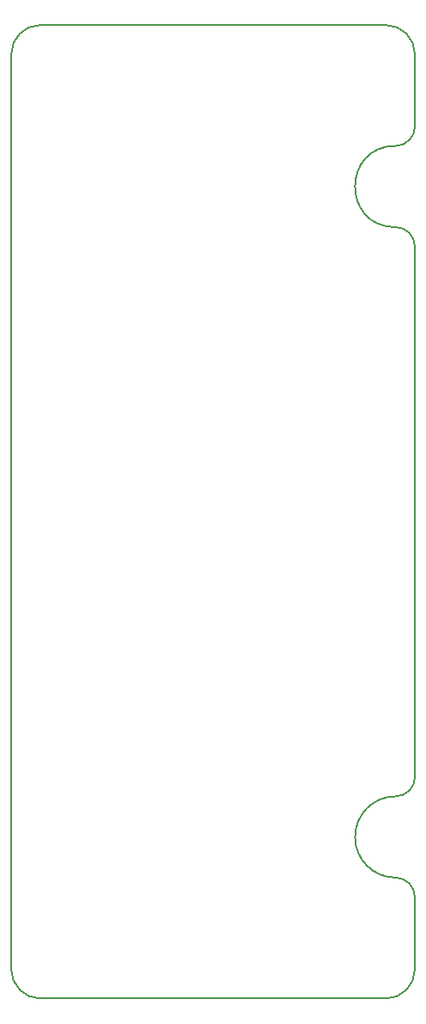
<source format=gbr>
%TF.GenerationSoftware,KiCad,Pcbnew,8.0.3-8.0.3-0~ubuntu22.04.1*%
%TF.CreationDate,2024-10-28T10:49:34+03:00*%
%TF.ProjectId,PM-ESPC3,504d2d45-5350-4433-932e-6b696361645f,rev?*%
%TF.SameCoordinates,Original*%
%TF.FileFunction,Profile,NP*%
%FSLAX46Y46*%
G04 Gerber Fmt 4.6, Leading zero omitted, Abs format (unit mm)*
G04 Created by KiCad (PCBNEW 8.0.3-8.0.3-0~ubuntu22.04.1) date 2024-10-28 10:49:34*
%MOMM*%
%LPD*%
G01*
G04 APERTURE LIST*
%TA.AperFunction,Profile*%
%ADD10C,0.200000*%
%TD*%
G04 APERTURE END LIST*
D10*
X12900001Y-44999999D02*
G75*
G02*
X10000001Y-47900001I-2900001J-1D01*
G01*
X12900001Y-37899999D02*
X12900001Y-44999999D01*
X12900000Y37900000D02*
X12900000Y45000000D01*
X-26900001Y45000000D02*
G75*
G02*
X-24000001Y47900001I2900001J0D01*
G01*
X-26900000Y-44999999D02*
X-26900000Y45000001D01*
X11000001Y-35999999D02*
G75*
G02*
X11000001Y-28000001I-1J3999999D01*
G01*
X12900001Y-26100001D02*
G75*
G02*
X11000001Y-28000001I-1900001J1D01*
G01*
X11000001Y28000001D02*
G75*
G02*
X12900001Y26100001I-1J-1900001D01*
G01*
X10000000Y47900000D02*
G75*
G02*
X12900000Y45000000I0J-2900000D01*
G01*
X-24000000Y-47899999D02*
G75*
G02*
X-26899999Y-44999999I0J2899999D01*
G01*
X12900001Y26100001D02*
X12900001Y-26100001D01*
X-24000001Y47900000D02*
X10000000Y47900000D01*
X11000001Y-35999999D02*
G75*
G02*
X12900001Y-37899999I-1J-1900001D01*
G01*
X-24000000Y-47899999D02*
X10000001Y-47899999D01*
X11000000Y28000000D02*
G75*
G02*
X11000000Y36000000I0J4000000D01*
G01*
X12900000Y37900000D02*
G75*
G02*
X11000000Y36000000I-1900000J0D01*
G01*
M02*

</source>
